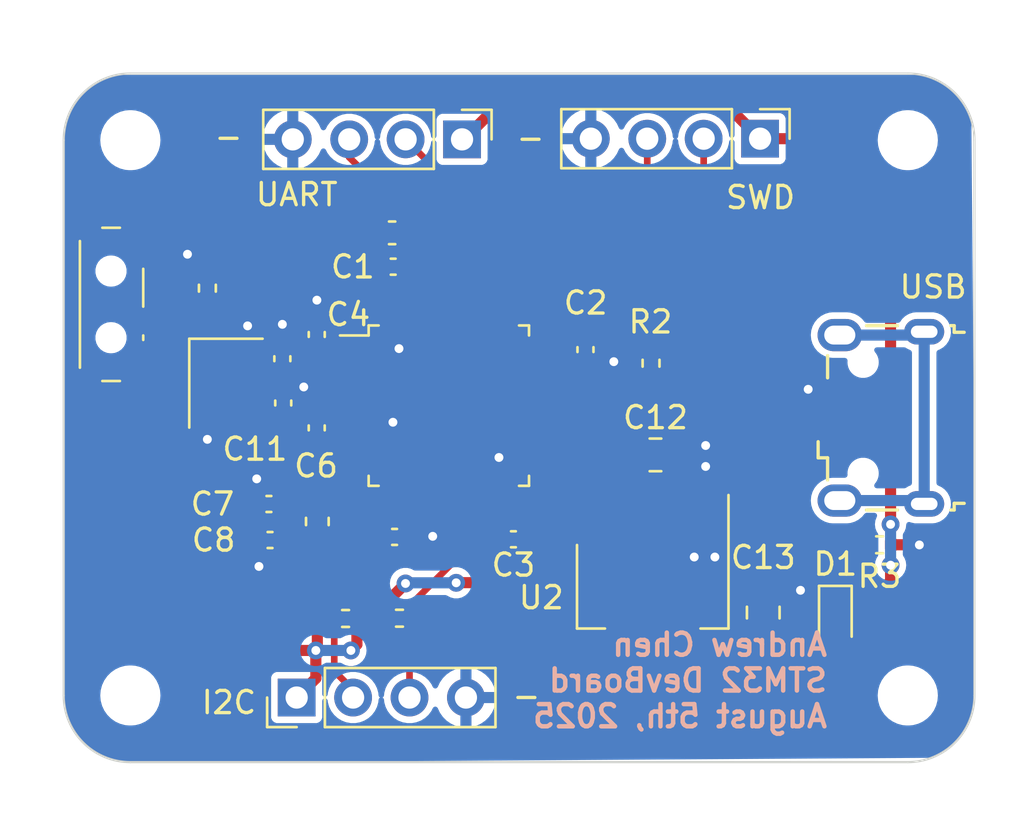
<source format=kicad_pcb>
(kicad_pcb (version 20221018) (generator pcbnew)
  (layers (0 "F.Cu" signal) (31 "B.Cu" power) (34 "B.Paste" user) (35 "F.Paste" user) (36 "B.SilkS" user "B.Silkscreen") (37 "F.SilkS" user "F.Silkscreen") (38 "B.Mask" user) (39 "F.Mask" user) (44 "Edge.Cuts" user))
  (net 0 "")
  (net 1 "+3.3V")
  (net 2 "GND")
  (net 3 "+3.3VA")
  (net 4 "/NRST")
  (net 5 "/HSE_IN")
  (net 6 "/HSE_OUT")
  (net 7 "VBUS")
  (net 8 "/PWR_LED_K")
  (net 9 "/USB_D-")
  (net 10 "/USB_D+")
  (net 12 "unconnected-(J1-Shield-Pad6)")
  (net 13 "/UART1_RX")
  (net 14 "/USART1_TX")
  (net 15 "/SWDIO")
  (net 16 "/SWCLK")
  (net 17 "/I2C_SDA")
  (net 18 "/I2C_SCL")
  (net 19 "/SW_BOOT0")
  (net 20 "/BOOT0")
  (footprint "Capacitor_SMD:C_0402_1005Metric" (layer "F.Cu") (at 132.849885 71.772916 90)
    (fp_text reference "C6" (at -1.712897 -0.030139 180) (layer "F.SilkS"))
    (fp_text value "10n")
    (pad "1" smd roundrect (at -0.48 0 90) (size 0.56 0.62) (layers "F.Cu" "F.Paste" "F.Mask") (net 3 "+3.3VA"))
    (pad "2" smd roundrect (at 0.48 0 90) (size 0.56 0.62) (layers "F.Cu" "F.Paste" "F.Mask") (net 2 "GND"))
  )
  (footprint "Button_Switch_SMD:SW_SPDT_PCM12" (layer "F.Cu") (at 123.919 66.212828 -90)
    (fp_text reference "SW1")
    (fp_text value "SW_SPDT")
    (pad "" smd rect (at -3.65 -0.78 270) (size 1 0.8) (layers "F.Cu" "F.Paste" "F.Mask"))
    (pad "" smd rect (at -3.65 1.43 270) (size 1 0.8) (layers "F.Cu" "F.Paste" "F.Mask"))
    (pad "" np_thru_hole circle (at -1.5 0.33 270) (size 0.9 0.9) (drill 0.9) (layers "*.Cu" "*.Mask"))
    (pad "" np_thru_hole circle (at 1.5 0.33 270) (size 0.9 0.9) (drill 0.9) (layers "*.Cu" "*.Mask"))
    (pad "" smd rect (at 3.65 -0.78 270) (size 1 0.8) (layers "F.Cu" "F.Paste" "F.Mask"))
    (pad "" smd rect (at 3.65 1.43 270) (size 1 0.8) (layers "F.Cu" "F.Paste" "F.Mask"))
    (pad "1" smd rect (at -2.25 -1.43 270) (size 0.7 1.5) (layers "F.Cu" "F.Paste" "F.Mask") (net 2 "GND"))
    (pad "2" smd rect (at 0.75 -1.43 270) (size 0.7 1.5) (layers "F.Cu" "F.Paste" "F.Mask") (net 19 "/SW_BOOT0"))
    (pad "3" smd rect (at 2.25 -1.43 270) (size 0.7 1.5) (layers "F.Cu" "F.Paste" "F.Mask") (net 1 "+3.3V"))
  )
  (footprint "Inductor_SMD:L_0603_1608Metric" (layer "F.Cu") (at 132.877746 75.987021 -90)
    (fp_text reference "FB1" hide)
    (fp_text value "120R")
    (pad "1" smd roundrect (at -0.7875 0 270) (size 0.875 0.95) (layers "F.Cu" "F.Paste" "F.Mask") (net 3 "+3.3VA"))
    (pad "2" smd roundrect (at 0.7875 0 270) (size 0.875 0.95) (layers "F.Cu" "F.Paste" "F.Mask") (net 1 "+3.3V"))
  )
  (footprint "Resistor_SMD:R_0402_1005Metric" (layer "F.Cu") (at 127.927254 65.483647 90)
    (fp_text reference "R1" hide)
    (fp_text value "10k")
    (pad "1" smd roundrect (at -0.51 0 90) (size 0.54 0.64) (layers "F.Cu" "F.Paste" "F.Mask") (net 19 "/SW_BOOT0"))
    (pad "2" smd roundrect (at 0.51 0 90) (size 0.54 0.64) (layers "F.Cu" "F.Paste" "F.Mask") (net 20 "/BOOT0"))
  )
  (footprint "LED_SMD:LED_0603_1608Metric" (layer "F.Cu") (at 156.198816 80.371144 -90)
    (fp_text reference "D1" (at -2.468263 0 -180) (layer "F.SilkS"))
    (fp_text value "RED")
    (pad "1" smd roundrect (at -0.7875 0 270) (size 0.875 0.95) (layers "F.Cu" "F.Paste" "F.Mask") (net 8 "/PWR_LED_K"))
    (pad "2" smd roundrect (at 0.7875 0 270) (size 0.875 0.95) (layers "F.Cu" "F.Paste" "F.Mask") (net 1 "+3.3V"))
  )
  (footprint "Connector_PinHeader_2.54mm:PinHeader_1x04_P2.54mm_Vertical" (layer "F.Cu") (at 139.392013 58.783153 -90)
    (fp_text reference "J2")
    (fp_text value "Conn_01x04_Pin")
    (pad "1" thru_hole rect (at 0 0 270) (size 1.7 1.7) (drill 1) (layers "*.Cu" "*.Mask") (net 1 "+3.3V"))
    (pad "2" thru_hole oval (at 0 2.54 270) (size 1.7 1.7) (drill 1) (layers "*.Cu" "*.Mask") (net 14 "/USART1_TX"))
    (pad "3" thru_hole oval (at 0 5.08 270) (size 1.7 1.7) (drill 1) (layers "*.Cu" "*.Mask") (net 13 "/UART1_RX"))
    (pad "4" thru_hole oval (at 0 7.62 270) (size 1.7 1.7) (drill 1) (layers "*.Cu" "*.Mask") (net 2 "GND"))
  )
  (footprint "Capacitor_SMD:C_0402_1005Metric" (layer "F.Cu") (at 130.697594 75.199521 180)
    (fp_text reference "C7" (at 2.54 0) (layer "F.SilkS"))
    (fp_text value "1u")
    (pad "1" smd roundrect (at -0.48 0 180) (size 0.56 0.62) (layers "F.Cu" "F.Paste" "F.Mask") (net 3 "+3.3VA"))
    (pad "2" smd roundrect (at 0.48 0 180) (size 0.56 0.62) (layers "F.Cu" "F.Paste" "F.Mask") (net 2 "GND"))
  )
  (footprint "Capacitor_SMD:C_0402_1005Metric" (layer "F.Cu") (at 141.705459 76.787139 180)
    (fp_text reference "C3" (at 0 -1.16) (layer "F.SilkS"))
    (fp_text value "100n")
    (pad "1" smd roundrect (at -0.48 0 180) (size 0.56 0.62) (layers "F.Cu" "F.Paste" "F.Mask") (net 1 "+3.3V"))
    (pad "2" smd roundrect (at 0.48 0 180) (size 0.56 0.62) (layers "F.Cu" "F.Paste" "F.Mask") (net 2 "GND"))
  )
  (footprint "Resistor_SMD:R_0402_1005Metric" (layer "F.Cu") (at 136.576077 80.34165)
    (fp_text reference "R5" hide)
    (fp_text value "1k5")
    (pad "1" smd roundrect (at -0.51 0) (size 0.54 0.64) (layers "F.Cu" "F.Paste" "F.Mask") (net 1 "+3.3V"))
    (pad "2" smd roundrect (at 0.51 0) (size 0.54 0.64) (layers "F.Cu" "F.Paste" "F.Mask") (net 17 "/I2C_SDA"))
  )
  (footprint "Capacitor_SMD:C_0805_2012Metric" (layer "F.Cu") (at 152.953255 80.08721 90)
    (fp_text reference "C13" (at 2.48181 0 180) (layer "F.SilkS"))
    (fp_text value "22u")
    (pad "1" smd roundrect (at -0.95 0 90) (size 1 1.45) (layers "F.Cu" "F.Paste" "F.Mask") (net 1 "+3.3V"))
    (pad "2" smd roundrect (at 0.95 0 90) (size 1 1.45) (layers "F.Cu" "F.Paste" "F.Mask") (net 2 "GND"))
  )
  (footprint "Capacitor_SMD:C_0402_1005Metric" (layer "F.Cu") (at 131.342197 70.652185 90)
    (fp_text reference "C11" (at -2.075782 -1.276625 180) (layer "F.SilkS"))
    (fp_text value "10p")
    (pad "1" smd roundrect (at -0.48 0 90) (size 0.56 0.62) (layers "F.Cu" "F.Paste" "F.Mask") (net 6 "/HSE_OUT"))
    (pad "2" smd roundrect (at 0.48 0 90) (size 0.56 0.62) (layers "F.Cu" "F.Paste" "F.Mask") (net 2 "GND"))
  )
  (footprint "Connector_PinHeader_2.54mm:PinHeader_1x04_P2.54mm_Vertical" (layer "F.Cu") (at 131.947324 83.913371 90)
    (fp_text reference "J4")
    (fp_text value "Conn_01x04_Pin")
    (pad "1" thru_hole rect (at 0 0 90) (size 1.7 1.7) (drill 1) (layers "*.Cu" "*.Mask") (net 1 "+3.3V"))
    (pad "2" thru_hole oval (at 0 2.54 90) (size 1.7 1.7) (drill 1) (layers "*.Cu" "*.Mask") (net 18 "/I2C_SCL"))
    (pad "3" thru_hole oval (at 0 5.08 90) (size 1.7 1.7) (drill 1) (layers "*.Cu" "*.Mask") (net 17 "/I2C_SDA"))
    (pad "4" thru_hole oval (at 0 7.62 90) (size 1.7 1.7) (drill 1) (layers "*.Cu" "*.Mask") (net 2 "GND"))
  )
  (footprint "MountingHole:MountingHole_2.2mm_M2" (layer "F.Cu") (at 159.46 58.82 90)
    (fp_text reference "H2")
    (fp_text value "MountingHole")
    (pad "" np_thru_hole circle (at 0 0 90) (size 2.2 2.2) (drill 2.2) (layers "F&B.Cu" "*.Mask"))
  )
  (footprint "Connector_USB:USB_Micro-B_Wuerth_629105150521" (layer "F.Cu") (at 158.249 71.32 90)
    (fp_text reference "J1")
    (fp_text value "USB_B_Micro")
    (pad "" np_thru_hole oval (at -2.5 -0.8 90) (size 0.8 0.8) (drill 0.8) (layers "*.Cu" "*.Mask"))
    (pad "" np_thru_hole oval (at 2.5 -0.8 90) (size 0.8 0.8) (drill 0.8) (layers "F&B.Cu" "*.Mask"))
    (pad "1" smd rect (at -1.3 -1.9 90) (size 0.45 1.3) (layers "F.Cu" "F.Paste" "F.Mask") (net 7 "VBUS"))
    (pad "2" smd rect (at -0.65 -1.9 90) (size 0.45 1.3) (layers "F.Cu" "F.Paste" "F.Mask") (net 9 "/USB_D-"))
    (pad "3" smd rect (at 0 -1.9 90) (size 0.45 1.3) (layers "F.Cu" "F.Paste" "F.Mask") (net 10 "/USB_D+"))
    (pad "4" smd rect (at 0.65 -1.9 90) (size 0.45 1.3) (layers "F.Cu" "F.Paste" "F.Mask"))
    (pad "5" smd rect (at 1.3 -1.9 90) (size 0.45 1.3) (layers "F.Cu" "F.Paste" "F.Mask") (net 2 "GND"))
    (pad "6" thru_hole oval (at -3.875 1.95 90) (size 1.15 1.8) (drill oval 0.55 1.2) (layers "*.Cu" "*.Mask") (net 12 "unconnected-(J1-Shield-Pad6)"))
    (pad "6" thru_hole oval (at -3.725 -1.85 90) (size 1.45 2) (drill oval 0.85 1.4) (layers "*.Cu" "*.Mask") (net 12 "unconnected-(J1-Shield-Pad6)"))
    (pad "6" thru_hole oval (at 3.725 -1.85 90) (size 1.45 2) (drill oval 0.85 1.4) (layers "*.Cu" "*.Mask") (net 12 "unconnected-(J1-Shield-Pad6)"))
    (pad "6" thru_hole oval (at 3.875 1.95 90) (size 1.15 1.8) (drill oval 0.55 1.2) (layers "*.Cu" "*.Mask") (net 12 "unconnected-(J1-Shield-Pad6)"))
  )
  (footprint "Capacitor_SMD:C_0402_1005Metric" (layer "F.Cu") (at 132.851103 67.567977 90)
    (fp_text reference "C4" (at 0.897338 1.422417) (layer "F.SilkS"))
    (fp_text value "100n")
    (pad "1" smd roundrect (at -0.48 0 90) (size 0.56 0.62) (layers "F.Cu" "F.Paste" "F.Mask") (net 1 "+3.3V"))
    (pad "2" smd roundrect (at 0.48 0 90) (size 0.56 0.62) (layers "F.Cu" "F.Paste" "F.Mask") (net 2 "GND"))
  )
  (footprint "Capacitor_SMD:C_0402_1005Metric" (layer "F.Cu") (at 130.748295 76.82196 180)
    (fp_text reference "C8" (at 2.54 0) (layer "F.SilkS"))
    (fp_text value "1u")
    (pad "1" smd roundrect (at -0.48 0 180) (size 0.56 0.62) (layers "F.Cu" "F.Paste" "F.Mask") (net 1 "+3.3V"))
    (pad "2" smd roundrect (at 0.48 0 180) (size 0.56 0.62) (layers "F.Cu" "F.Paste" "F.Mask") (net 2 "GND"))
  )
  (footprint "Crystal:Crystal_SMD_3225-4Pin_3.2x2.5mm" (layer "F.Cu") (at 128.761267 69.758724 -90)
    (fp_text reference "Y1" hide)
    (fp_text value "16MHz")
    (pad "1" smd rect (at -1.1 0.85 270) (size 1.4 1.2) (layers "F.Cu" "F.Paste" "F.Mask") (net 5 "/HSE_IN"))
    (pad "2" smd rect (at 1.1 0.85 270) (size 1.4 1.2) (layers "F.Cu" "F.Paste" "F.Mask") (net 2 "GND"))
    (pad "3" smd rect (at 1.1 -0.85 270) (size 1.4 1.2) (layers "F.Cu" "F.Paste" "F.Mask") (net 6 "/HSE_OUT"))
    (pad "4" smd rect (at -1.1 -0.85 270) (size 1.4 1.2) (layers "F.Cu" "F.Paste" "F.Mask") (net 2 "GND"))
  )
  (footprint "Resistor_SMD:R_0402_1005Metric" (layer "F.Cu") (at 158.190423 77.035026)
    (fp_text reference "R3" (at -0.003873 1.417195 180) (layer "F.SilkS"))
    (fp_text value "1k5")
    (pad "1" smd roundrect (at -0.51 0) (size 0.54 0.64) (layers "F.Cu" "F.Paste" "F.Mask") (net 8 "/PWR_LED_K"))
    (pad "2" smd roundrect (at 0.51 0) (size 0.54 0.64) (layers "F.Cu" "F.Paste" "F.Mask") (net 2 "GND"))
  )
  (footprint "Capacitor_SMD:C_0805_2012Metric" (layer "F.Cu") (at 148.100527 72.988634)
    (fp_text reference "C12" (at 0 -1.68) (layer "F.SilkS"))
    (fp_text value "22u")
    (pad "1" smd roundrect (at -0.95 0) (size 1 1.45) (layers "F.Cu" "F.Paste" "F.Mask") (net 7 "VBUS"))
    (pad "2" smd roundrect (at 0.95 0) (size 1 1.45) (layers "F.Cu" "F.Paste" "F.Mask") (net 2 "GND"))
  )
  (footprint "MountingHole:MountingHole_2.2mm_M2" (layer "F.Cu") (at 159.46 83.82)
    (fp_text reference "H4")
    (fp_text value "MountingHole")
    (pad "" np_thru_hole circle (at 0 0) (size 2.2 2.2) (drill 2.2) (layers "F&B.Cu" "*.Mask"))
  )
  (footprint "Resistor_SMD:R_0402_1005Metric" (layer "F.Cu") (at 147.901653 68.860863 -90)
    (fp_text reference "R2" (at -1.861825 0.025669) (layer "F.SilkS"))
    (fp_text value "1k5")
    (pad "1" smd roundrect (at -0.51 0 270) (size 0.54 0.64) (layers "F.Cu" "F.Paste" "F.Mask") (net 1 "+3.3V"))
    (pad "2" smd roundrect (at 0.51 0 270) (size 0.54 0.64) (layers "F.Cu" "F.Paste" "F.Mask") (net 10 "/USB_D+"))
  )
  (footprint "MountingHole:MountingHole_2.2mm_M2" (layer "F.Cu") (at 124.46 58.82)
    (fp_text reference "H1")
    (fp_text value "MountingHole")
    (pad "" np_thru_hole circle (at 0 0) (size 2.2 2.2) (drill 2.2) (layers "F&B.Cu" "*.Mask"))
  )
  (footprint "Capacitor_SMD:C_0402_1005Metric" (layer "F.Cu") (at 131.302302 68.658724 90)
    (fp_text reference "C10" hide)
    (fp_text value "10p")
    (pad "1" smd roundrect (at -0.48 0 90) (size 0.56 0.62) (layers "F.Cu" "F.Paste" "F.Mask") (net 5 "/HSE_IN"))
    (pad "2" smd roundrect (at 0.48 0 90) (size 0.56 0.62) (layers "F.Cu" "F.Paste" "F.Mask") (net 2 "GND"))
  )
  (footprint "Capacitor_SMD:C_0402_1005Metric" (layer "F.Cu") (at 136.291543 64.516)
    (fp_text reference "C1" (at -1.816767 0.006886) (layer "F.SilkS"))
    (fp_text value "100n")
    (pad "1" smd roundrect (at -0.48 0) (size 0.56 0.62) (layers "F.Cu" "F.Paste" "F.Mask") (net 1 "+3.3V"))
    (pad "2" smd roundrect (at 0.48 0) (size 0.56 0.62) (layers "F.Cu" "F.Paste" "F.Mask") (net 2 "GND"))
  )
  (footprint "Capacitor_SMD:C_0402_1005Metric" (layer "F.Cu") (at 136.355126 76.68202)
    (fp_text reference "C9" hide)
    (fp_text value "100n")
    (pad "1" smd roundrect (at -0.48 0) (size 0.56 0.62) (layers "F.Cu" "F.Paste" "F.Mask") (net 4 "/NRST"))
    (pad "2" smd roundrect (at 0.48 0) (size 0.56 0.62) (layers "F.Cu" "F.Paste" "F.Mask") (net 2 "GND"))
  )
  (footprint "Connector_PinHeader_2.54mm:PinHeader_1x04_P2.54mm_Vertical" (layer "F.Cu") (at 152.81029 58.753394 -90)
    (fp_text reference "J3")
    (fp_text value "Conn_01x04_Pin")
    (pad "1" thru_hole rect (at 0 0 270) (size 1.7 1.7) (drill 1) (layers "*.Cu" "*.Mask") (net 1 "+3.3V"))
    (pad "2" thru_hole oval (at 0 2.54 270) (size 1.7 1.7) (drill 1) (layers "*.Cu" "*.Mask") (net 15 "/SWDIO"))
    (pad "3" thru_hole oval (at 0 5.08 270) (size 1.7 1.7) (drill 1) (layers "*.Cu" "*.Mask") (net 16 "/SWCLK"))
    (pad "4" thru_hole oval (at 0 7.62 270) (size 1.7 1.7) (drill 1) (layers "*.Cu" "*.Mask") (net 2 "GND"))
  )
  (footprint "Package_TO_SOT_SMD:SOT-223-3_TabPin2" (layer "F.Cu") (at 147.977955 78.896566 -90)
    (fp_text reference "U2" (at 0.517041 5.017021 -180) (layer "F.SilkS"))
    (fp_text value "AMS1117-3.3")
    (pad "1" smd rect (at -3.15 -2.3 270) (size 2 1.5) (layers "F.Cu" "F.Paste" "F.Mask") (net 2 "GND"))
    (pad "2" smd rect (at -3.15 0 270) (size 2 1.5) (layers "F.Cu" "F.Paste" "F.Mask") (net 1 "+3.3V"))
    (pad "2" smd rect (at 3.15 0 270) (size 2 3.8) (layers "F.Cu" "F.Paste" "F.Mask") (net 1 "+3.3V"))
    (pad "3" smd rect (at -3.15 2.3 270) (size 2 1.5) (layers "F.Cu" "F.Paste" "F.Mask") (net 7 "VBUS"))
  )
  (footprint "MountingHole:MountingHole_2.2mm_M2" (layer "F.Cu") (at 124.46 83.82)
    (fp_text reference "H3")
    (fp_text value "MountingHole")
    (pad "" np_thru_hole circle (at 0 0) (size 2.2 2.2) (drill 2.2) (layers "F&B.Cu" "*.Mask"))
  )
  (footprint "Package_QFP:LQFP-48_7x7mm_P0.5mm" (layer "F.Cu") (at 138.797579 70.771882)
    (fp_text reference "U1")
    (fp_text value "STM32F103C8T6")
    (pad "1" smd roundrect (at -4.1625 -2.75) (size 1.475 0.3) (layers "F.Cu" "F.Paste" "F.Mask") (net 1 "+3.3V"))
    (pad "2" smd roundrect (at -4.1625 -2.25) (size 1.475 0.3) (layers "F.Cu" "F.Paste" "F.Mask"))
    (pad "3" smd roundrect (at -4.1625 -1.75) (size 1.475 0.3) (layers "F.Cu" "F.Paste" "F.Mask"))
    (pad "4" smd roundrect (at -4.1625 -1.25) (size 1.475 0.3) (layers "F.Cu" "F.Paste" "F.Mask"))
    (pad "5" smd roundrect (at -4.1625 -0.75) (size 1.475 0.3) (layers "F.Cu" "F.Paste" "F.Mask") (net 5 "/HSE_IN"))
    (pad "6" smd roundrect (at -4.1625 -0.25) (size 1.475 0.3) (layers "F.Cu" "F.Paste" "F.Mask") (net 6 "/HSE_OUT"))
    (pad "7" smd roundrect (at -4.1625 0.25) (size 1.475 0.3) (layers "F.Cu" "F.Paste" "F.Mask") (net 4 "/NRST"))
    (pad "8" smd roundrect (at -4.1625 0.75) (size 1.475 0.3) (layers "F.Cu" "F.Paste" "F.Mask") (net 2 "GND"))
    (pad "9" smd roundrect (at -4.1625 1.25) (size 1.475 0.3) (layers "F.Cu" "F.Paste" "F.Mask") (net 3 "+3.3VA"))
    (pad "10" smd roundrect (at -4.1625 1.75) (size 1.475 0.3) (layers "F.Cu" "F.Paste" "F.Mask"))
    (pad "11" smd roundrect (at -4.1625 2.25) (size 1.475 0.3) (layers "F.Cu" "F.Paste" "F.Mask"))
    (pad "12" smd roundrect (at -4.1625 2.75) (size 1.475 0.3) (layers "F.Cu" "F.Paste" "F.Mask"))
    (pad "13" smd roundrect (at -2.75 4.1625) (size 0.3 1.475) (layers "F.Cu" "F.Paste" "F.Mask"))
    (pad "14" smd roundrect (at -2.25 4.1625) (size 0.3 1.475) (layers "F.Cu" "F.Paste" "F.Mask"))
    (pad "15" smd roundrect (at -1.75 4.1625) (size 0.3 1.475) (layers "F.Cu" "F.Paste" "F.Mask"))
    (pad "16" smd roundrect (at -1.25 4.1625) (size 0.3 1.475) (layers "F.Cu" "F.Paste" "F.Mask"))
    (pad "17" smd roundrect (at -0.75 4.1625) (size 0.3 1.475) (layers "F.Cu" "F.Paste" "F.Mask"))
    (pad "18" smd roundrect (at -0.25 4.1625) (size 0.3 1.475) (layers "F.Cu" "F.Paste" "F.Mask"))
    (pad "19" smd roundrect (at 0.25 4.1625) (size 0.3 1.475) (layers "F.Cu" "F.Paste" "F.Mask"))
    (pad "20" smd roundrect (at 0.75 4.1625) (size 0.3 1.475) (layers "F.Cu" "F.Paste" "F.Mask"))
    (pad "21" smd roundrect (at 1.25 4.1625) (size 0.3 1.475) (layers "F.Cu" "F.Paste" "F.Mask") (net 18 "/I2C_SCL"))
    (pad "22" smd roundrect (at 1.75 4.1625) (size 0.3 1.475) (layers "F.Cu" "F.Paste" "F.Mask") (net 17 "/I2C_SDA"))
    (pad "23" smd roundrect (at 2.25 4.1625) (size 0.3 1.475) (layers "F.Cu" "F.Paste" "F.Mask") (net 2 "GND"))
    (pad "24" smd roundrect (at 2.75 4.1625) (size 0.3 1.475) (layers "F.Cu" "F.Paste" "F.Mask") (net 1 "+3.3V"))
    (pad "25" smd roundrect (at 4.1625 2.75) (size 1.475 0.3) (layers "F.Cu" "F.Paste" "F.Mask"))
    (pad "26" smd roundrect (at 4.1625 2.25) (size 1.475 0.3) (layers "F.Cu" "F.Paste" "F.Mask"))
    (pad "27" smd roundrect (at 4.1625 1.75) (size 1.475 0.3) (layers "F.Cu" "F.Paste" "F.Mask"))
    (pad "28" smd roundrect (at 4.1625 1.25) (size 1.475 0.3) (layers "F.Cu" "F.Paste" "F.Mask"))
    (pad "29" smd roundrect (at 4.1625 0.75) (size 1.475 0.3) (layers "F.Cu" "F.Paste" "F.Mask"))
    (pad "30" smd roundrect (at 4.1625 0.25) (size 1.475 0.3) (layers "F.Cu" "F.Paste" "F.Mask"))
    (pad "31" smd roundrect (at 4.1625 -0.25) (size 1.475 0.3) (layers "F.Cu" "F.Paste" "F.Mask"))
    (pad "32" smd roundrect (at 4.1625 -0.75) (size 1.475 0.3) (layers "F.Cu" "F.Paste" "F.Mask") (net 9 "/USB_D-"))
    (pad "33" smd roundrect (at 4.1625 -1.25) (size 1.475 0.3) (layers "F.Cu" "F.Paste" "F.Mask") (net 10 "/USB_D+"))
    (pad "34" smd roundrect (at 4.1625 -1.75) (size 1.475 0.3) (layers "F.Cu" "F.Paste" "F.Mask") (net 15 "/SWDIO"))
    (pad "35" smd roundrect (at 4.1625 -2.25) (size 1.475 0.3) (layers "F.Cu" "F.Paste" "F.Mask") (net 2 "GND"))
    (pad "36" smd roundrect (at 4.1625 -2.75) (size 1.475 0.3) (layers "F.Cu" "F.Paste" "F.Mask") (net 1 "+3.3V"))
    (pad "37" smd roundrect (at 2.75 -4.1625) (size 0.3 1.475) (layers "F.Cu" "F.Paste" "F.Mask") (net 16 "/SWCLK"))
    (pad "38" smd roundrect (at 2.25 -4.1625) (size 0.3 1.475) (layers "F.Cu" "F.Paste" "F.Mask"))
    (pad "39" smd roundrect (at 1.75 -4.1625) (size 0.3 1.475) (layers "F.Cu" "F.Paste" "F.Mask"))
    (pad "40" smd roundrect (at 1.25 -4.1625) (size 0.3 1.475) (layers "F.Cu" "F.Paste" "F.Mask"))
    (pad "41" smd roundrect (at 0.75 -4.1625) (size 0.3 1.475) (layers "F.Cu" "F.Paste" "F.Mask"))
    (pad "42" smd roundrect (at 0.25 -4.1625) (size 0.3 1.475) (layers "F.Cu" "F.Paste" "F.Mask") (net 14 "/USART1_TX"))
    (pad "43" smd roundrect (at -0.25 -4.1625) (size 0.3 1.475) (layers "F.Cu" "F.Paste" "F.Mask") (net 13 "/UART1_RX"))
    (pad "44" smd roundrect (at -0.75 -4.1625) (size 0.3 1.475) (layers "F.Cu" "F.Paste" "F.Mask") (net 20 "/BOOT0"))
    (pad "45" smd roundrect (at -1.25 -4.1625) (size 0.3 1.475) (layers "F.Cu" "F.Paste" "F.Mask"))
    (pad "46" smd roundrect (at -1.75 -4.1625) (size 0.3 1.475) (layers "F.Cu" "F.Paste" "F.Mask"))
    (pad "47" smd roundrect (at -2.25 -4.1625) (size 0.3 1.475) (layers "F.Cu" "F.Paste" "F.Mask") (net 2 "GND"))
    (pad "48" smd roundrect (at -2.75 -4.1625) (size 0.3 1.475) (layers "F.Cu" "F.Paste" "F.Mask") (net 1 "+3.3V"))
  )
  (footprint "Capacitor_SMD:C_0603_1608Metric" (layer "F.Cu") (at 136.244798 62.992)
    (fp_text reference "C5" hide)
    (fp_text value "10u")
    (pad "1" smd roundrect (at -0.775 0) (size 0.9 0.95) (layers "F.Cu" "F.Paste" "F.Mask") (net 1 "+3.3V"))
    (pad "2" smd roundrect (at 0.775 0) (size 0.9 0.95) (layers "F.Cu" "F.Paste" "F.Mask") (net 2 "GND"))
  )
  (footprint "Capacitor_SMD:C_0402_1005Metric" (layer "F.Cu") (at 144.949262 68.248144 -90)
    (fp_text reference "C2" (at -2.100194 -0.007243) (layer "F.SilkS"))
    (fp_text value "100n")
    (pad "1" smd roundrect (at -0.48 0 270) (size 0.56 0.62) (layers "F.Cu" "F.Paste" "F.Mask") (net 1 "+3.3V"))
    (pad "2" smd roundrect (at 0.48 0 270) (size 0.56 0.62) (layers "F.Cu" "F.Paste" "F.Mask") (net 2 "GND"))
  )
  (footprint "Resistor_SMD:R_0402_1005Metric" (layer "F.Cu") (at 134.148961 80.35397 180)
    (fp_text reference "R4" hide)
    (fp_text value "1k5")
    (pad "1" smd roundrect (at -0.51 0 180) (size 0.54 0.64) (layers "F.Cu" "F.Paste" "F.Mask") (net 1 "+3.3V"))
    (pad "2" smd roundrect (at 0.51 0 180) (size 0.54 0.64) (layers "F.Cu" "F.Paste" "F.Mask") (net 18 "/I2C_SCL"))
  )
  (gr_line (start 162.46 58.82) (end 162.46 83.82) (stroke (width 0.1)) (layer "Edge.Cuts"))
  (gr_arc (start 121.46 58.82) (mid 122.33868 56.69868) (end 124.46 55.82) (stroke (width 0.1)) (layer "Edge.Cuts"))
  (gr_line (start 124.46 86.82) (end 159.46 86.82) (stroke (width 0.1)) (layer "Edge.Cuts"))
  (gr_arc (start 162.46 83.82) (mid 161.58132 85.94132) (end 159.46 86.82) (stroke (width 0.1)) (layer "Edge.Cuts"))
  (gr_arc (start 159.46 55.82) (mid 161.58132 56.69868) (end 162.46 58.82) (stroke (width 0.1)) (layer "Edge.Cuts"))
  (gr_line (start 121.46 58.82) (end 121.46 83.82) (stroke (width 0.1)) (layer "Edge.Cuts"))
  (gr_arc (start 124.46 86.82) (mid 122.33868 85.94132) (end 121.46 83.82) (stroke (width 0.1)) (layer "Edge.Cuts"))
  (gr_line (start 124.46 55.82) (end 159.46 55.82) (stroke (width 0.1)) (layer "Edge.Cuts"))
  (gr_text "Andrew Chen\nSTM32 DevBoard\nAugust 5th, 2025" (at 155.933242 85.340383) (layer "B.SilkS") (effects (font (size 1 1) (thickness 0.2) bold) (justify left bottom mirror)))
  (gr_text "-" (at 128.160483 59.246903) (layer "F.SilkS") (effects (font (size 1 1)) (justify left bottom)))
  (gr_text "USB" (at 159.003137 66.012092) (layer "F.SilkS") (effects (font (size 1 1)) (justify left bottom)))
  (gr_text "-" (at 141.570837 84.421383) (layer "F.SilkS") (effects (font (size 1 1)) (justify left bottom)))
  (gr_text "-" (at 141.75788 59.290473) (layer "F.SilkS") (effects (font (size 1 1)) (justify left bottom)))
  (gr_text "SWD" (at 151.185794 61.984533) (layer "F.SilkS") (effects (font (size 1 1)) (justify left bottom)))
  (gr_text "UART\n" (at 130.018734 61.854494) (layer "F.SilkS") (effects (font (size 1 1)) (justify left bottom)))
  (gr_text "I2C" (at 127.583569 84.721287) (layer "F.SilkS") (effects (font (size 1 1)) (justify left bottom)))
  (segment (start 125.683598 79.559515) (end 127.917671 81.793588) (width 0.5) (layer "F.Cu") (net 1))
  (segment (start 156.511956 63.399708) (end 153.001749 66.909915) (width 0.5) (layer "F.Cu") (net 1))
  (segment (start 156.511956 60.651717) (end 156.511956 63.399708) (width 0.5) (layer "F.Cu") (net 1))
  (segment (start 136.847396 78.778132) (end 136.066077 79.559451) (width 0.5) (layer "F.Cu") (net 1))
  (segment (start 158.125969 63.399708) (end 156.511956 63.399708) (width 0.5) (layer "F.Cu") (net 1))
  (segment (start 134.658961 80.35397) (end 136.053757 80.35397) (width 0.5) (layer "F.Cu") (net 1))
  (segment (start 144.067856 67.768144) (end 144.949262 67.768144) (width 0.3) (layer "F.Cu") (net 1))
  (segment (start 128.368172 67.211828) (end 129.54 66.04) (width 0.3) (layer "F.Cu") (net 1))
  (segment (start 136.066077 79.559451) (end 136.066077 80.34165) (width 0.5) (layer "F.Cu") (net 1))
  (segment (start 132.877198 68.021882) (end 132.851103 68.047977) (width 0.3) (layer "F.Cu") (net 1))
  (segment (start 141.547579 74.934382) (end 141.547579 75.761579) (width 0.3) (layer "F.Cu") (net 1))
  (segment (start 158.685233 76.115526) (end 158.685233 63.958972) (width 0.5) (layer "F.Cu") (net 1))
  (segment (start 149.342601 66.909915) (end 147.901653 68.350863) (width 0.5) (layer "F.Cu") (net 1))
  (segment (start 147.318934 67.768144) (end 147.901653 68.350863) (width 0.5) (layer "F.Cu") (net 1))
  (segment (start 139.796771 59.187911) (end 139.392013 58.783153) (width 0.5) (layer "F.Cu") (net 1))
  (segment (start 158.685233 63.958972) (end 158.125969 63.399708) (width 0.5) (layer "F.Cu") (net 1))
  (segment (start 125.349 68.462828) (end 125.683598 68.797426) (width 0.5) (layer "F.Cu") (net 1))
  (segment (start 141.547579 75.761579) (end 142.185459 76.399459) (width 0.3) (layer "F.Cu") (net 1))
  (segment (start 151.235939 57.179043) (end 152.81029 58.753394) (width 0.5) (layer "F.Cu") (net 1))
  (segment (start 154.613633 58.753394) (end 156.511956 60.651717) (width 0.5) (layer "F.Cu") (net 1))
  (segment (start 152.953255 81.03721) (end 156.077382 81.03721) (width 0.5) (layer "F.Cu") (net 1))
  (segment (start 134.635079 68.021882) (end 133.831199 67.218002) (width 0.3) (layer "F.Cu") (net 1))
  (segment (start 134.62 62.992) (end 135.469798 62.992) (width 0.3) (layer "F.Cu") (net 1))
  (segment (start 132.830307 76.82196) (end 132.877746 76.774521) (width 0.5) (layer "F.Cu") (net 1))
  (segment (start 142.960079 68.021882) (end 143.814118 68.021882) (width 0.3) (layer "F.Cu") (net 1))
  (segment (start 142.185459 76.399459) (end 142.185459 76.787139) (width 0.3) (layer "F.Cu") (net 1))
  (segment (start 144.143945 84.620899) (end 154.847196 84.620899) (width 0.5) (layer "F.Cu") (net 1))
  (segment (start 132.810089 81.793588) (end 132.810089 83.050606) (width 0.5) (layer "F.Cu") (net 1))
  (segment (start 133.820635 67.228566) (end 133.820635 63.791365) (width 0.3) (layer "F.Cu") (net 1))
  (segment (start 136.047579 64.752036) (end 135.811543 64.516) (width 0.3) (layer "F.Cu") (net 1))
  (segment (start 127.917671 81.793588) (end 132.810089 81.793588) (width 0.5) (layer "F.Cu") (net 1))
  (segment (start 153.001749 66.909915) (end 149.342601 66.909915) (width 0.5) (layer "F.Cu") (net 1))
  (segment (start 158.685233 78.672227) (end 158.685233 77.954526) (width 0.5) (layer "F.Cu") (net 1))
  (segment (start 139.392013 58.783153) (end 139.47774 58.783153) (width 0.5) (layer "F.Cu") (net 1))
  (segment (start 134.658961 81.523088) (end 134.388461 81.793588) (width 0.5) (layer "F.Cu") (net 1))
  (segment (start 156.198816 83.269279) (end 156.198816 81.158644) (width 0.5) (layer "F.Cu") (net 1))
  (segment (start 133.031834 63.791365) (end 133.820635 63.791365) (width 0.3) (layer "F.Cu") (net 1))
  (segment (start 125.683598 68.797426) (end 125.683598 79.559515) (width 0.5) (layer "F.Cu") (net 1))
  (segment (start 127 67.211828) (end 128.368172 67.211828) (width 0.3) (layer "F.Cu") (net 1))
  (segment (start 135.469798 64.174255) (end 135.811543 64.516) (width 0.5) (layer "F.Cu") (net 1))
  (segment (start 142.185459 82.662413) (end 144.143945 84.620899) (width 0.5) (layer "F.Cu") (net 1))
  (segment (start 154.847196 84.620899) (end 156.198816 83.269279) (width 0.5) (layer "F.Cu") (net 1))
  (segment (start 136.047579 66.609382) (end 136.047579 64.752036) (width 0.3) (layer "F.Cu") (net 1))
  (segment (start 135.469798 62.992) (end 135.469798 64.174255) (width 0.5) (layer "F.Cu") (net 1))
  (segment (start 125.349 68.462828) (end 125.749 68.462828) (width 0.3) (layer "F.Cu") (net 1))
  (segment (start 134.635079 68.021882) (end 132.877198 68.021882) (width 0.3) (layer "F.Cu") (net 1))
  (segment (start 132.877746 81.725931) (end 132.810089 81.793588) (width 0.5) (layer "F.Cu") (net 1))
  (segment (start 131.228295 76.82196) (end 132.830307 76.82196) (width 0.5) (layer "F.Cu") (net 1))
  (segment (start 142.185459 76.787139) (end 142.185459 78.74) (width 0.5) (layer "F.Cu") (net 1))
  (segment (start 133.820635 63.791365) (end 134.62 62.992) (width 0.3) (layer "F.Cu") (net 1))
  (segment (start 136.053757 80.35397) (end 136.066077 80.34165) (width 0.5) (layer "F.Cu") (net 1))
  (segment (start 143.814118 68.021882) (end 144.067856 67.768144) (width 0.3) (layer "F.Cu") (net 1))
  (segment (start 129.54 66.04) (end 130.783199 66.04) (width 0.3) (layer "F.Cu") (net 1))
  (segment (start 152.81029 58.753394) (end 154.613633 58.753394) (width 0.5) (layer "F.Cu") (net 1))
  (segment (start 144.949262 67.768144) (end 147.318934 67.768144) (width 0.5) (layer "F.Cu") (net 1))
  (segment (start 141.08185 57.179043) (end 151.235939 57.179043) (width 0.5) (layer "F.Cu") (net 1))
  (segment (start 139.135205 78.74) (end 139.127989 78.747216) (width 0.5) (layer "F.Cu") (net 1))
  (segment (start 132.877746 76.774521) (end 132.877746 81.725931) (width 0.5) (layer "F.Cu") (net 1))
  (segment (start 130.783199 66.04) (end 133.031834 63.791365) (width 0.3) (layer "F.Cu") (net 1))
  (segment (start 139.47774 58.783153) (end 141.08185 57.179043) (width 0.5) (layer "F.Cu") (net 1))
  (segment (start 133.831199 67.218002) (end 133.820635 67.228566) (width 0.3) (layer "F.Cu") (net 1))
  (segment (start 156.198816 81.158644) (end 158.685233 78.672227) (width 0.5) (layer "F.Cu") (net 1))
  (segment (start 142.185459 78.74) (end 142.185459 82.662413) (width 0.5) (layer "F.Cu") (net 1))
  (segment (start 142.185459 78.74) (end 139.135205 78.74) (width 0.5) (layer "F.Cu") (net 1))
  (segment (start 156.077382 81.03721) (end 156.198816 81.158644) (width 0.5) (layer "F.Cu") (net 1))
  (segment (start 134.658961 80.35397) (end 134.658961 81.523088) (width 0.5) (layer "F.Cu") (net 1))
  (segment (start 125.749 68.462828) (end 127 67.211828) (width 0.3) (layer "F.Cu") (net 1))
  (segment (start 132.810089 83.050606) (end 131.947324 83.913371) (width 0.5) (layer "F.Cu") (net 1))
  (via (at 136.847396 78.778132) (size 0.8) (drill 0.4) (layers "F.Cu" "B.Cu") (net 1))
  (via (at 139.127989 78.747216) (size 0.8) (drill 0.4) (layers "F.Cu" "B.Cu") (net 1))
  (via (at 158.685233 76.115526) (size 0.8) (drill 0.4) (layers "F.Cu" "B.Cu") (net 1))
  (via (at 132.810089 81.793588) (size 0.8) (drill 0.4) (layers "F.Cu" "B.Cu") (net 1))
  (via (at 134.388461 81.793588) (size 0.8) (drill 0.4) (layers "F.Cu" "B.Cu") (net 1))
  (via (at 158.685233 77.954526) (size 0.8) (drill 0.4) (layers "F.Cu" "B.Cu") (net 1))
  (segment (start 136.878312 78.747216) (end 139.127989 78.747216) (width 0.5) (layer "B.Cu") (net 1))
  (segment (start 136.847396 78.778132) (end 136.878312 78.747216) (width 0.5) (layer "B.Cu") (net 1))
  (segment (start 158.685233 77.954526) (end 158.685233 76.255427) (width 0.5) (layer "B.Cu") (net 1))
  (segment (start 158.685233 76.211179) (end 158.685233 76.115526) (width 0.5) (layer "B.Cu") (net 1))
  (segment (start 158.707357 76.233303) (end 158.685233 76.211179) (width 0.5) (layer "B.Cu") (net 1))
  (segment (start 158.685233 76.255427) (end 158.707357 76.233303) (width 0.5) (layer "B.Cu") (net 1))
  (segment (start 134.388461 81.793588) (end 132.810089 81.793588) (width 0.5) (layer "B.Cu") (net 1))
  (segment (start 125.355886 63.955942) (end 125.349 63.962828) (width 0.5) (layer "F.Cu") (net 2))
  (segment (start 154.577122 79.13721) (end 154.629156 79.085176) (width 0.3) (layer "F.Cu") (net 2))
  (segment (start 159.97368 77.035026) (end 159.981325 77.042671) (width 0.5) (layer "F.Cu") (net 2))
  (segment (start 130.268295 76.82196) (end 130.268295 77.991438) (width 0.5) (layer "F.Cu") (net 2))
  (segment (start 136.547579 66.609382) (end 136.547579 65.636421) (width 0.3) (layer "F.Cu") (net 2))
  (segment (start 137.019798 62.992) (end 137.019798 64.267745) (width 0.5) (layer "F.Cu") (net 2))
  (segment (start 134.635079 71.521882) (end 133.497882 71.521882) (width 0.3) (layer "F.Cu") (net 2))
  (segment (start 144.949262 68.728144) (end 146.161088 68.728144) (width 0.5) (layer "F.Cu") (net 2))
  (segment (start 143.79862 68.521882) (end 144.004882 68.728144) (width 0.3) (layer "F.Cu") (net 2))
  (segment (start 136.547579 68.198029) (end 136.553553 68.204003) (width 0.3) (layer "F.Cu") (net 2))
  (segment (start 130.217594 74.137268) (end 130.147986 74.06766) (width 0.5) (layer "F.Cu") (net 2))
  (segment (start 132.851103 67.087977) (end 132.851103 66.028745) (width 0.5) (layer "F.Cu") (net 2))
  (segment (start 127.031444 63.955942) (end 125.355886 63.955942) (width 0.5) (layer "F.Cu") (net 2))
  (segment (start 138.044634 76.68202) (end 138.071713 76.654941) (width 0.5) (layer "F.Cu") (net 2))
  (segment (start 141.047579 74.934382) (end 141.047579 76.609259) (width 0.3) (layer "F.Cu") (net 2))
  (segment (start 127.911267 70.858724) (end 127.911267 72.274256) (width 0.5) (layer "F.Cu") (net 2))
  (segment (start 136.547579 65.636421) (end 136.771543 65.412457) (width 0.3) (layer "F.Cu") (net 2))
  (segment (start 131.302302 68.178724) (end 131.302302 67.111333) (width 0.5) (layer "F.Cu") (net 2))
  (segment (start 131.342197 70.172185) (end 131.925287 70.172185) (width 0.5) (layer "F.Cu") (net 2))
  (segment (start 130.217594 75.199521) (end 130.217594 74.137268) (width 0.5) (layer "F.Cu") (net 2))
  (segment (start 155.017104 69.995) (end 156.349 69.995) (width 0.5) (layer "F.Cu") (net 2))
  (segment (start 144.004882 68.728144) (end 144.949262 68.728144) (width 0.3) (layer "F.Cu") (net 2))
  (segment (start 136.547579 66.609382) (end 136.547579 68.198029) (width 0.3) (layer "F.Cu") (net 2))
  (segment (start 134.635079 71.521882) (end 136.278915 71.521882) (width 0.3) (layer "F.Cu") (net 2))
  (segment (start 129.611267 68.658724) (end 129.611267 67.306654) (width 0.5) (layer "F.Cu") (net 2))
  (segment (start 146.161088 68.728144) (end 146.225024 68.79208) (width 0.5) (layer "F.Cu") (net 2))
  (segment (start 158.700423 77.035026) (end 159.97368 77.035026) (width 0.5) (layer "F.Cu") (net 2))
  (segment (start 131.302302 67.111333) (end 131.303062 67.110573) (width 0.5) (layer "F.Cu") (net 2))
  (segment (start 137.019798 64.267745) (end 136.771543 64.516) (width 0.5) (layer "F.Cu") (net 2))
  (segment (start 154.97581 70.036294) (end 155.017104 69.995) (width 0.5) (layer "F.Cu") (net 2))
  (segment (start 129.611267 67.306654) (end 129.738066 67.179855) (width 0.5) (layer "F.Cu") (net 2))
  (segment (start 130.268295 77.991438) (end 130.249325 78.010408) (width 0.5) (layer "F.Cu") (net 2))
  (segment (start 132.851103 66.028745) (end 132.857641 66.022207) (width 0.5) (layer "F.Cu") (net 2))
  (segment (start 136.771543 65.412457) (end 136.771543 64.516) (width 0.3) (layer "F.Cu") (net 2))
  (segment (start 141.047579 73.112269) (end 141.054277 73.105571) (width 0.3) (layer "F.Cu") (net 2))
  (segment (start 133.497882 71.521882) (end 133.268916 71.292916) (width 0.3) (layer "F.Cu") (net 2))
  (segment (start 141.047579 76.609259) (end 141.225459 76.787139) (width 0.3) (layer "F.Cu") (net 2))
  (segment (start 133.268916 71.292916) (end 132.849885 71.292916) (width 0.3) (layer "F.Cu") (net 2))
  (segment (start 142.960079 68.521882) (end 143.79862 68.521882) (width 0.3) (layer "F.Cu") (net 2))
  (segment (start 136.278915 71.521882) (end 136.281327 71.51947) (width 0.3) (layer "F.Cu") (net 2))
  (segment (start 141.047579 74.934382) (end 141.047579 73.112269) (width 0.3) (layer "F.Cu") (net 2))
  (segment (start 127.911267 72.274256) (end 127.926394 72.289383) (width 0.5) (layer "F.Cu") (net 2))
  (segment (start 136.835126 76.68202) (end 138.044634 76.68202) (width 0.5) (layer "F.Cu") (net 2))
  (via (at 150.775405 77.586977) (size 0.8) (drill 0.4) (layers "F.Cu" "B.Cu") (net 2))
  (via (at 146.225024 68.79208) (size 0.8) (drill 0.4) (layers "F.Cu" "B.Cu") (net 2))
  (via (at 149.84613 77.586977) (size 0.8) (drill 0.4) (layers "F.Cu" "B.Cu") (net 2))
  (via (at 127.031444 63.955942) (size 0.8) (drill 0.4) (layers "F.Cu" "B.Cu") (net 2))
  (via (at 130.249325 78.010408) (size 0.8) (drill 0.4) (layers "F.Cu" "B.Cu") (net 2))
  (via (at 132.265789 69.931196) (size 0.8) (drill 0.4) (layers "F.Cu" "B.Cu") (net 2))
  (via (at 150.359311 72.566119) (size 0.8) (drill 0.4) (layers "F.Cu" "B.Cu") (net 2))
  (via (at 131.303062 67.110573) (size 0.8) (drill 0.4) (layers "F.Cu" "B.Cu") (net 2))
  (via (at 132.857641 66.022207) (size 0.8) (drill 0.4) (layers "F.Cu" "B.Cu") (net 2))
  (via (at 141.054277 73.105571) (size 0.8) (drill 0.4) (layers "F.Cu" "B.Cu") (net 2))
  (via (at 130.147986 74.06766) (size 0.8) (drill 0.4) (layers "F.Cu" "B.Cu") (net 2))
  (via (at 154.629156 79.085176) (size 0.8) (drill 0.4) (layers "F.Cu" "B.Cu") (net 2))
  (via (at 138.071713 76.654941) (size 0.8) (drill 0.4) (layers "F.Cu" "B.Cu") (net 2))
  (via (at 150.359311 73.509263) (size 0.8) (drill 0.4) (layers "F.Cu" "B.Cu") (net 2))
  (via (at 154.97581 70.036294) (size 0.8) (drill 0.4) (layers "F.Cu" "B.Cu") (net 2))
  (via (at 127.926394 72.289383) (size 0.8) (drill 0.4) (layers "F.Cu" "B.Cu") (net 2))
  (via (at 136.553553 68.204003) (size 0.8) (drill 0.4) (layers "F.Cu" "B.Cu") (net 2))
  (via (at 159.981325 77.042671) (size 0.8) (drill 0.4) (layers "F.Cu" "B.Cu") (net 2))
  (via (at 136.281327 71.51947) (size 0.8) (drill 0.4) (layers "F.Cu" "B.Cu") (net 2))
  (via (at 129.738066 67.179855) (size 0.8) (drill 0.4) (layers "F.Cu" "B.Cu") (net 2))
  (segment (start 132.966801 72.136) (end 132.849885 72.252916) (width 0.3) (layer "F.Cu") (net 3))
  (segment (start 133.35 72.136) (end 132.966801 72.136) (width 0.3) (layer "F.Cu") (net 3))
  (segment (start 133.464118 72.021882) (end 133.35 72.136) (width 0.3) (layer "F.Cu") (net 3))
  (segment (start 132.849885 72.252916) (end 132.849885 75.17166) (width 0.5) (layer "F.Cu") (net 3))
  (segment (start 131.177594 75.199521) (end 132.877746 75.199521) (width 0.5) (layer "F.Cu") (net 3))
  (segment (start 134.635079 72.021882) (end 133.464118 72.021882) (width 0.3) (layer "F.Cu") (net 3))
  (segment (start 132.849885 75.17166) (end 132.877746 75.199521) (width 0.5) (layer "F.Cu") (net 3))
  (segment (start 134.62 76.2) (end 134.62 74.969012) (width 0.3) (layer "F.Cu") (net 4))
  (segment (start 135.875126 76.68202) (end 135.10202 76.68202) (width 0.3) (layer "F.Cu") (net 4))
  (segment (start 137.930761 70.814005) (end 137.452889 70.336133) (width 0.3) (layer "F.Cu") (net 4))
  (segment (start 137.930761 71.658251) (end 137.930761 70.814005) (width 0.3) (layer "F.Cu") (net 4))
  (segment (start 137.452889 70.336133) (end 137.447002 70.34202) (width 0.3) (layer "F.Cu") (net 4))
  (segment (start 136.38141 70.358726) (end 135.718254 71.021882) (width 0.3) (layer "F.Cu") (net 4))
  (segment (start 137.447002 70.34202) (end 136.38141 70.34202) (width 0.3) (layer "F.Cu") (net 4))
  (segment (start 135.718254 71.021882) (end 134.635079 71.021882) (width 0.3) (layer "F.Cu") (net 4))
  (segment (start 135.10202 76.68202) (end 134.62 76.2) (width 0.3) (layer "F.Cu") (net 4))
  (segment (start 136.38141 70.34202) (end 136.38141 70.358726) (width 0.3) (layer "F.Cu") (net 4))
  (segment (start 134.62 74.969012) (end 137.930761 71.658251) (width 0.3) (layer "F.Cu") (net 4))
  (segment (start 127.911267 68.841991) (end 127.911267 68.658724) (width 0.3) (layer "F.Cu") (net 5))
  (segment (start 130.732302 69.708724) (end 128.778 69.708724) (width 0.3) (layer "F.Cu") (net 5))
  (segment (start 133.390015 69.322685) (end 133.206054 69.138724) (width 0.3) (layer "F.Cu") (net 5))
  (segment (start 131.505578 69.342) (end 131.302302 69.138724) (width 0.3) (layer "F.Cu") (net 5))
  (segment (start 133.796538 70.021882) (end 133.390015 69.615359) (width 0.3) (layer "F.Cu") (net 5))
  (segment (start 131.302302 69.138724) (end 130.732302 69.708724) (width 0.3) (layer "F.Cu") (net 5))
  (segment (start 133.206054 69.138724) (end 131.302302 69.138724) (width 0.3) (layer "F.Cu") (net 5))
  (segment (start 133.390015 69.615359) (end 133.390015 69.322685) (width 0.3) (layer "F.Cu") (net 5))
  (segment (start 128.778 69.708724) (end 127.911267 68.841991) (width 0.3) (layer "F.Cu") (net 5))
  (segment (start 134.635079 70.021882) (end 133.796538 70.021882) (width 0.3) (layer "F.Cu") (net 5))
  (segment (start 132.8131 70.662916) (end 132.47692 70.662916) (width 0.3) (layer "F.Cu") (net 6))
  (segment (start 134.635079 70.521882) (end 132.954134 70.521882) (width 0.3) (layer "F.Cu") (net 6))
  (segment (start 132.47692 70.662916) (end 132.007651 71.132185) (width 0.3) (layer "F.Cu") (net 6))
  (segment (start 131.342197 71.132185) (end 130.822185 71.132185) (width 0.3) (layer "F.Cu") (net 6))
  (segment (start 130.548724 70.858724) (end 129.611267 70.858724) (width 0.3) (layer "F.Cu") (net 6))
  (segment (start 130.822185 71.132185) (end 130.548724 70.858724) (width 0.3) (layer "F.Cu") (net 6))
  (segment (start 132.954134 70.521882) (end 132.8131 70.662916) (width 0.3) (layer "F.Cu") (net 6))
  (segment (start 132.007651 71.132185) (end 131.342197 71.132185) (width 0.3) (layer "F.Cu") (net 6))
  (segment (start 147.150527 72.988634) (end 145.677955 74.461206) (width 0.25) (layer "F.Cu") (net 7))
  (segment (start 145.677955 74.461206) (end 145.677955 75.746566) (width 0.25) (layer "F.Cu") (net 7))
  (segment (start 156.198816 79.583644) (end 156.198816 78.516633) (width 0.5) (layer "F.Cu") (net 8))
  (segment (start 156.198816 78.516633) (end 157.680423 77.035026) (width 0.5) (layer "F.Cu") (net 8))
  (segment (start 144.09133 69.996882) (end 151.208568 69.996882) (width 0.2) (layer "F.Cu") (net 9))
  (segment (start 142.960079 70.021882) (end 144.06633 70.021882) (width 0.2) (layer "F.Cu") (net 9))
  (segment (start 151.208568 69.996882) (end 153.181686 71.97) (width 0.2) (layer "F.Cu") (net 9))
  (segment (start 144.06633 70.021882) (end 144.09133 69.996882) (width 0.2) (layer "F.Cu") (net 9))
  (segment (start 153.181686 71.97) (end 156.349 71.97) (width 0.2) (layer "F.Cu") (net 9))
  (segment (start 144.06633 69.521882) (end 144.09133 69.546882) (width 0.2) (layer "F.Cu") (net 10))
  (segment (start 151.394968 69.546882) (end 153.368085 71.519999) (width 0.2) (layer "F.Cu") (net 10))
  (segment (start 147.907749 69.546882) (end 151.394968 69.546882) (width 0.2) (layer "F.Cu") (net 10))
  (segment (start 153.368085 71.519999) (end 155.399 71.519999) (width 0.2) (layer "F.Cu") (net 10))
  (segment (start 144.09133 69.546882) (end 147.907749 69.546882) (width 0.2) (layer "F.Cu") (net 10))
  (segment (start 147.901653 69.370863) (end 147.901653 69.540786) (width 0.3) (layer "F.Cu") (net 10))
  (segment (start 142.960079 69.521882) (end 144.06633 69.521882) (width 0.2) (layer "F.Cu") (net 10))
  (segment (start 156.224 71.445) (end 156.349 71.32) (width 0.2) (layer "F.Cu") (net 10))
  (segment (start 155.399 71.445) (end 156.224 71.445) (width 0.2) (layer "F.Cu") (net 10))
  (segment (start 155.399 71.519999) (end 155.399 71.445) (width 0.2) (layer "F.Cu") (net 10))
  (segment (start 147.901653 69.540786) (end 147.907749 69.546882) (width 0.3) (layer "F.Cu") (net 10))
  (segment (start 156.399 75.045) (end 160.049 75.045) (width 0.5) (layer "B.Cu") (net 12))
  (segment (start 156.399 67.595) (end 160.049 67.595) (width 0.5) (layer "B.Cu") (net 12))
  (segment (start 160.199 67.445) (end 160.199 75.195) (width 0.5) (layer "B.Cu") (net 12))
  (segment (start 160.049 75.045) (end 160.199 75.195) (width 0.5) (layer "B.Cu") (net 12))
  (segment (start 160.049 67.595) (end 160.199 67.445) (width 0.5) (layer "B.Cu") (net 12))
  (segment (start 138.547579 61.31112) (end 137.74826 60.511801) (width 0.3) (layer "F.Cu") (net 13))
  (segment (start 138.547579 66.609382) (end 138.547579 61.31112) (width 0.3) (layer "F.Cu") (net 13))
  (segment (start 134.312013 59.589203) (end 134.312013 58.783153) (width 0.3) (layer "F.Cu") (net 13))
  (segment (start 135.234611 60.511801) (end 134.312013 59.589203) (width 0.3) (layer "F.Cu") (net 13))
  (segment (start 137.74826 60.511801) (end 135.234611 60.511801) (width 0.3) (layer "F.Cu") (net 13))
  (segment (start 136.852013 58.783153) (end 139.047579 60.978719) (width 0.3) (layer "F.Cu") (net 14))
  (segment (start 139.047579 60.978719) (end 139.047579 66.609382) (width 0.3) (layer "F.Cu") (net 14))
  (segment (start 141.525546 68.117874) (end 141.525546 68.583888) (width 0.3) (layer "F.Cu") (net 15))
  (segment (start 150.27029 58.753394) (end 150.27029 63.08971) (width 0.3) (layer "F.Cu") (net 15))
  (segment (start 143.795395 66.695186) (end 142.948234 66.695186) (width 0.3) (layer "F.Cu") (net 15))
  (segment (start 146.990581 63.5) (end 143.795395 66.695186) (width 0.3) (layer "F.Cu") (net 15))
  (segment (start 141.525546 68.583888) (end 141.96354 69.021882) (width 0.3) (layer "F.Cu") (net 15))
  (segment (start 150.27029 63.08971) (end 149.86 63.5) (width 0.3) (layer "F.Cu") (net 15))
  (segment (start 142.948234 66.695186) (end 141.525546 68.117874) (width 0.3) (layer "F.Cu") (net 15))
  (segment (start 141.96354 69.021882) (end 142.960079 69.021882) (width 0.3) (layer "F.Cu") (net 15))
  (segment (start 149.86 63.5) (end 146.990581 63.5) (width 0.3) (layer "F.Cu") (net 15))
  (segment (start 144.78 63.5) (end 147.73029 60.54971) (width 0.3) (layer "F.Cu") (net 16))
  (segment (start 147.73029 60.54971) (end 147.73029 58.753394) (width 0.3) (layer "F.Cu") (net 16))
  (segment (start 141.547372 64.936312) (end 142.983684 63.5) (width 0.3) (layer "F.Cu") (net 16))
  (segment (start 141.547579 65.070528) (end 141.547372 65.070321) (width 0.3) (layer "F.Cu") (net 16))
  (segment (start 142.983684 63.5) (end 144.78 63.5) (width 0.3) (layer "F.Cu") (net 16))
  (segment (start 141.547579 66.609382) (end 141.547579 65.070528) (width 0.3) (layer "F.Cu") (net 16))
  (segment (start 141.547372 65.070321) (end 141.547372 64.936312) (width 0.3) (layer "F.Cu") (net 16))
  (segment (start 137.027324 79.787927) (end 137.027324 83.913371) (width 0.3) (layer "F.Cu") (net 17))
  (segment (start 140.547579 74.934382) (end 140.547579 76.267672) (width 0.3) (layer "F.Cu") (net 17))
  (segment (start 140.547579 76.267672) (end 137.125316 79.689935) (width 0.3) (layer "F.Cu") (net 17))
  (segment (start 137.125316 79.689935) (end 137.027324 79.787927) (width 0.3) (layer "F.Cu") (net 17))
  (segment (start 134.979291 77.569563) (end 134.53398 78.014874) (width 0.3) (layer "F.Cu") (net 18))
  (segment (start 140.047579 74.934382) (end 140.047579 75.772923) (width 0.3) (layer "F.Cu") (net 18))
  (segment (start 133.638961 80.35397) (end 133.638961 82.718991) (width 0.3) (layer "F.Cu") (net 18))
  (segment (start 133.638961 82.718991) (end 134.487324 83.567354) (width 0.3) (layer "F.Cu") (net 18))
  (segment (start 134.53398 78.014874) (end 134.53398 78.037685) (width 0.3) (layer "F.Cu") (net 18))
  (segment (start 134.53398 78.037685) (end 133.638961 78.932704) (width 0.3) (layer "F.Cu") (net 18))
  (segment (start 133.638961 78.932704) (end 133.638961 80.35397) (width 0.3) (layer "F.Cu") (net 18))
  (segment (start 134.487324 83.567354) (end 134.487324 83.913371) (width 0.3) (layer "F.Cu") (net 18))
  (segment (start 138.250939 77.569563) (end 134.979291 77.569563) (width 0.3) (layer "F.Cu") (net 18))
  (segment (start 140.047579 75.772923) (end 138.250939 77.569563) (width 0.3) (layer "F.Cu") (net 18))
  (segment (start 125.349 66.962828) (end 126.271828 66.04) (width 0.5) (layer "F.Cu") (net 19))
  (segment (start 126.271828 66.04) (end 127.880901 66.04) (width 0.5) (layer "F.Cu") (net 19))
  (segment (start 127.880901 66.04) (end 127.927254 65.993647) (width 0.5) (layer "F.Cu") (net 19))
  (segment (start 125.507828 66.804) (end 125.349 66.962828) (width 0.3) (layer "F.Cu") (net 19))
  (segment (start 129.54 63.5) (end 129.400901 63.5) (width 0.3) (layer "F.Cu") (net 20))
  (segment (start 132.130017 63.5) (end 134.575487 61.05453) (width 0.3) (layer "F.Cu") (net 20))
  (segment (start 138.047579 61.73553) (end 138.047579 66.609382) (width 0.3) (layer "F.Cu") (net 20))
  (segment (start 137.366579 61.05453) (end 138.047579 61.73553) (width 0.3) (layer "F.Cu") (net 20))
  (segment (start 129.400901 63.5) (end 127.927254 64.973647) (width 0.3) (layer "F.Cu") (net 20))
  (segment (start 129.54 63.5) (end 132.130017 63.5) (width 0.3) (layer "F.Cu") (net 20))
  (segment (start 134.575487 61.05453) (end 137.366579 61.05453) (width 0.3) (layer "F.Cu") (net 20))
  (zone (net 1) (net_name "+3.3V") (layer "F.Cu") (priority 2) (connect_pads yes (clearance 0.3)) (min_thickness 0.25) (fill yes (thermal_gap 0.5) (thermal_bridge_width 0.5))
    (polygon (pts (xy 147.14285 74.517932) (xy 147.113325 79.271449) (xy 145.282778 80.600071) (xy 145.282778 83.316367) (xy 154.701237 83.257317) (xy 154.671712 80.363872) (xy 148.825772 80.275297) (xy 148.855297 74.606506) (xy 147.137898 74.574541)))
  )
  (zone (net 2) (net_name "GND") (layer "F.Cu") (priority 1) (connect_pads yes (clearance 0.3)) (min_thickness 0.25) (fill yes (thermal_gap 0.5) (thermal_bridge_width 0.5))
    (polygon (pts (xy 149.86 71.12) (xy 148.696606 71.96755) (xy 151.304097 71.948655) (xy 152.059892 77.862748) (xy 155.08307 77.995012) (xy 155.12086 79.884498) (xy 149.339031 79.733339) (xy 149.414611 73.9893) (xy 148.375393 73.9893) (xy 148.148655 73.573613) (xy 148.12976 72.269868) (xy 148.711533 71.96755)))
  )
  (zone (net 7) (net_name "VBUS") (layer "F.Cu") (priority 3) (connect_pads yes (clearance 0.3)) (min_thickness 0.25) (fill yes (thermal_gap 0.5) (thermal_bridge_width 0.5))
    (polygon (pts (xy 144.78 76.2) (xy 144.735395 74.052819) (xy 147.16602 70.939209) (xy 151.103229 70.83877) (xy 153.01157 72.265004) (xy 157.149658 72.30518) (xy 157.149658 72.968077) (xy 153.01157 72.94799) (xy 151.00279 71.401229) (xy 148.069971 71.441404) (xy 147.5276 74.072907) (xy 146.563385 74.454575) (xy 146.603561 76.925375) (xy 144.775571 76.945463) (xy 144.779488 76.162038)))
  )
  (zone (net 2) (net_name "GND") (layer "B.Cu") (connect_pads (clearance 0.3)) (min_thickness 0.25) (fill yes (thermal_gap 0.5) (thermal_bridge_width 0.5))
    (polygon (pts (xy 121.412 55.88) (xy 121.412 86.868) (xy 162.56 86.614) (xy 162.306 55.88)))
  )
)
</source>
